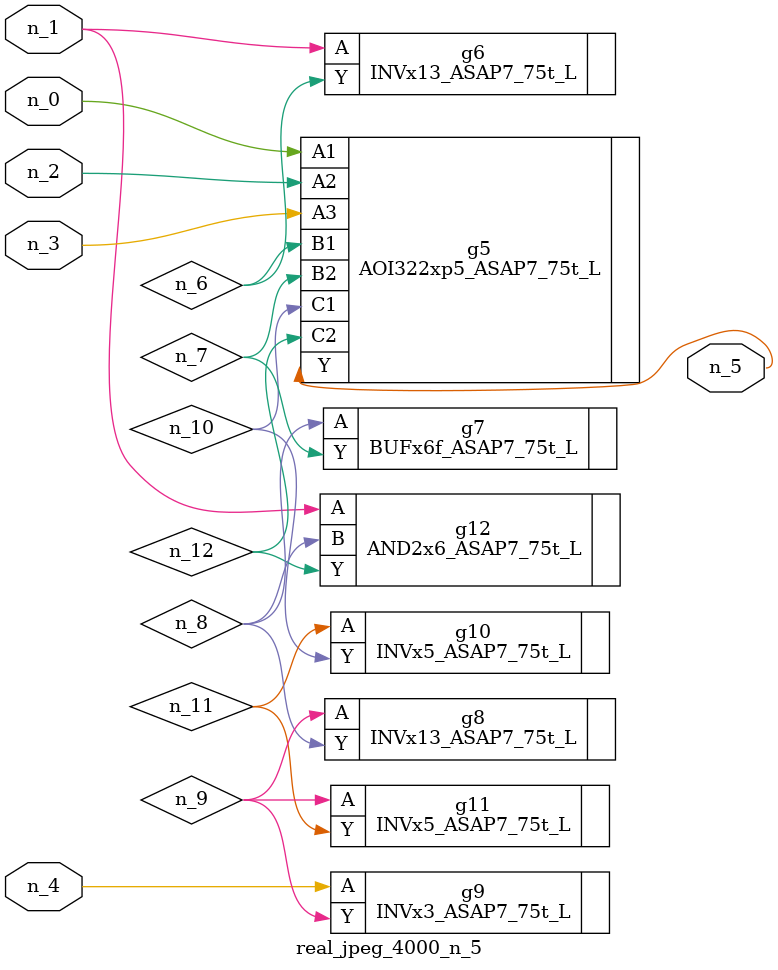
<source format=v>
module real_jpeg_4000_n_5 (n_4, n_0, n_1, n_2, n_3, n_5);

input n_4;
input n_0;
input n_1;
input n_2;
input n_3;

output n_5;

wire n_12;
wire n_8;
wire n_11;
wire n_6;
wire n_7;
wire n_10;
wire n_9;

AOI322xp5_ASAP7_75t_L g5 ( 
.A1(n_0),
.A2(n_2),
.A3(n_3),
.B1(n_6),
.B2(n_7),
.C1(n_10),
.C2(n_12),
.Y(n_5)
);

INVx13_ASAP7_75t_L g6 ( 
.A(n_1),
.Y(n_6)
);

AND2x6_ASAP7_75t_L g12 ( 
.A(n_1),
.B(n_8),
.Y(n_12)
);

INVx3_ASAP7_75t_L g9 ( 
.A(n_4),
.Y(n_9)
);

BUFx6f_ASAP7_75t_L g7 ( 
.A(n_8),
.Y(n_7)
);

INVx13_ASAP7_75t_L g8 ( 
.A(n_9),
.Y(n_8)
);

INVx5_ASAP7_75t_L g11 ( 
.A(n_9),
.Y(n_11)
);

INVx5_ASAP7_75t_L g10 ( 
.A(n_11),
.Y(n_10)
);


endmodule
</source>
